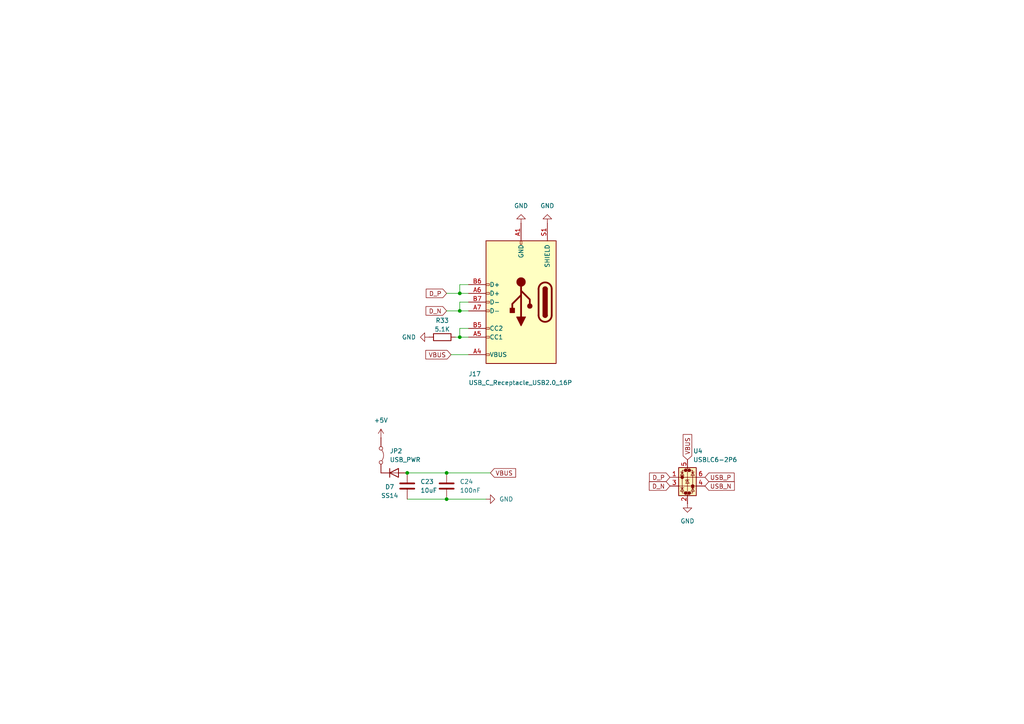
<source format=kicad_sch>
(kicad_sch (version 20231120) (generator "eeschema") (generator_version "8.0")
  (paper "A4")
  (title_block (title "CANBus Checkpoint") (date "2024-05-18") (rev "v1.1.0") (comment 1 "creativecommons.org/licenses/by-sa/4.0/") (comment 2 "License: CC BY-SA 4.0") (comment 3 "Author: Michael Smith"))
  (lib_symbols
    (symbol "Connector:USB_C_Receptacle_USB2.0_14P" (pin_names (offset 1.016))
      (property "Reference" "J" (at 0 22.225 0))
      (property "Value" "USB_C_Receptacle_USB2.0_14P" (at 0 19.685 0))
      (symbol "USB_C_Receptacle_USB2.0_14P_0_0"
        (rectangle (start -0.254 -17.78) (end 0.254 -16.764))
        (rectangle (start 10.16 -4.826) (end 9.144 -5.334))
        (rectangle (start 10.16 -2.286) (end 9.144 -2.794))
        (rectangle (start 10.16 0.254) (end 9.144 -0.254))
        (rectangle (start 10.16 2.794) (end 9.144 2.286))
        (rectangle (start 10.16 7.874) (end 9.144 7.366))
        (rectangle (start 10.16 10.414) (end 9.144 9.906))
        (rectangle (start 10.16 15.494) (end 9.144 14.986))
      )
      (symbol "USB_C_Receptacle_USB2.0_14P_0_1"
        (rectangle (start -10.16 17.78) (end 10.16 -17.78) (stroke (width 0.254)) (fill (type background)))
        (arc (start -8.89 -3.81) (mid -6.985 -5.7067) (end -5.08 -3.81) (stroke (width 0.508)))
        (arc (start -7.62 -3.81) (mid -6.985 -4.4423) (end -6.35 -3.81) (stroke (width 0.254)))
        (arc (start -7.62 -3.81) (mid -6.985 -4.4423) (end -6.35 -3.81) (stroke (width 0.254)) (fill (type outline)))
        (rectangle (start -7.62 -3.81) (end -6.35 3.81) (stroke (width 0.254)) (fill (type outline)))
        (arc (start -6.35 3.81) (mid -6.985 4.4423) (end -7.62 3.81) (stroke (width 0.254)))
        (arc (start -6.35 3.81) (mid -6.985 4.4423) (end -7.62 3.81) (stroke (width 0.254)) (fill (type outline)))
        (arc (start -5.08 3.81) (mid -6.985 5.7067) (end -8.89 3.81) (stroke (width 0.508)))
        (circle (center -2.54 1.143) (radius 0.635) (stroke (width 0.254)) (fill (type outline)))
        (circle (center 0 -5.842) (radius 1.27) (fill (type outline)))
        (polyline (pts (xy -8.89 -3.81) (xy -8.89 3.81)) (stroke (width 0.508)))
        (polyline (pts (xy -5.08 3.81) (xy -5.08 -3.81)) (stroke (width 0.508)))
        (polyline (pts (xy 0 -5.842) (xy 0 4.318)) (stroke (width 0.508)))
        (polyline (pts (xy 0 -3.302) (xy -2.54 -0.762) (xy -2.54 0.508)) (stroke (width 0.508)))
        (polyline (pts (xy 0 -2.032) (xy 2.54 0.508) (xy 2.54 1.778)) (stroke (width 0.508)))
        (polyline (pts (xy -1.27 4.318) (xy 0 6.858) (xy 1.27 4.318) (xy -1.27 4.318)) (stroke (width 0.254)) (fill (type outline)))
        (rectangle (start 1.905 1.778) (end 3.175 3.048) (stroke (width 0.254)) (fill (type outline)))
      )
      (symbol "USB_C_Receptacle_USB2.0_14P_1_1"
        (pin passive line (at 0 -22.86 90) (length 5.08) (name "GND") (number "A1"))
        (pin passive line (at 0 -22.86 90) (length 5.08) hide (name "GND") (number "A12"))
        (pin passive line (at 15.24 15.24 180) (length 5.08) (name "VBUS") (number "A4"))
        (pin bidirectional line (at 15.24 10.16 180) (length 5.08) (name "CC1") (number "A5"))
        (pin bidirectional line (at 15.24 -2.54 180) (length 5.08) (name "D+") (number "A6"))
        (pin bidirectional line (at 15.24 2.54 180) (length 5.08) (name "D-") (number "A7"))
        (pin passive line (at 15.24 15.24 180) (length 5.08) hide (name "VBUS") (number "A9"))
        (pin passive line (at 0 -22.86 90) (length 5.08) hide (name "GND") (number "B1"))
        (pin passive line (at 0 -22.86 90) (length 5.08) hide (name "GND") (number "B12"))
        (pin passive line (at 15.24 15.24 180) (length 5.08) hide (name "VBUS") (number "B4"))
        (pin bidirectional line (at 15.24 7.62 180) (length 5.08) (name "CC2") (number "B5"))
        (pin bidirectional line (at 15.24 -5.08 180) (length 5.08) (name "D+") (number "B6"))
        (pin bidirectional line (at 15.24 0 180) (length 5.08) (name "D-") (number "B7"))
        (pin passive line (at 15.24 15.24 180) (length 5.08) hide (name "VBUS") (number "B9"))
        (pin passive line (at -7.62 -22.86 90) (length 5.08) (name "SHIELD") (number "S1"))
      )
    )
    (symbol "Device:C" (pin_numbers hide) (pin_names (offset 0.254))
      (property "Reference" "C" (at 0.635 2.54 0))
      (property "Value" "C" (at 0.635 -2.54 0))
      (symbol "C_0_1"
        (polyline (pts (xy -2.032 -0.762) (xy 2.032 -0.762)) (stroke (width 0.508)))
        (polyline (pts (xy -2.032 0.762) (xy 2.032 0.762)) (stroke (width 0.508)))
      )
      (symbol "C_1_1"
        (pin passive line (at 0 3.81 270) (length 2.794) (name "~") (number "1"))
        (pin passive line (at 0 -3.81 90) (length 2.794) (name "~") (number "2"))
      )
    )
    (symbol "Device:D" (pin_numbers hide) (pin_names (offset 1.016) hide)
      (property "Reference" "D" (at 0 2.54 0))
      (property "Value" "D" (at 0 -2.54 0))
      (symbol "D_0_1"
        (polyline (pts (xy -1.27 1.27) (xy -1.27 -1.27)) (stroke (width 0.254)))
        (polyline (pts (xy 1.27 0) (xy -1.27 0)))
        (polyline (pts (xy 1.27 1.27) (xy 1.27 -1.27) (xy -1.27 0) (xy 1.27 1.27)) (stroke (width 0.254)))
      )
      (symbol "D_1_1"
        (pin passive line (at -3.81 0 0) (length 2.54) (name "K") (number "1"))
        (pin passive line (at 3.81 0 180) (length 2.54) (name "A") (number "2"))
      )
    )
    (symbol "Device:R" (pin_numbers hide) (pin_names (offset 0))
      (property "Reference" "R" (at 2.032 0 90))
      (property "Value" "R" (at 0 0 90))
      (symbol "R_0_1"
        (rectangle (start -1.016 -2.54) (end 1.016 2.54) (stroke (width 0.254)))
      )
      (symbol "R_1_1"
        (pin passive line (at 0 3.81 270) (length 1.27) (name "~") (number "1"))
        (pin passive line (at 0 -3.81 90) (length 1.27) (name "~") (number "2"))
      )
    )
    (symbol "Jumper:Jumper_2_Bridged" (pin_numbers hide) (pin_names (offset 0) hide) (exclude_from_sim yes)
      (property "Reference" "JP" (at 0 1.905 0))
      (property "Value" "Jumper_2_Bridged" (at 0 -2.54 0))
      (symbol "Jumper_2_Bridged_0_0"
        (circle (center -2.032 0) (radius 0.508))
        (circle (center 2.032 0) (radius 0.508))
      )
      (symbol "Jumper_2_Bridged_0_1"
        (arc (start 1.524 0.254) (mid 0 0.762) (end -1.524 0.254))
      )
      (symbol "Jumper_2_Bridged_1_1"
        (pin passive line (at -5.08 0 0) (length 2.54) (name "A") (number "1"))
        (pin passive line (at 5.08 0 180) (length 2.54) (name "B") (number "2"))
      )
    )
    (symbol "Power_Protection:USBLC6-2P6" (pin_names hide)
      (property "Reference" "U" (at 0.635 5.715 0))
      (property "Value" "USBLC6-2P6" (at 0.635 3.81 0))
      (symbol "USBLC6-2P6_0_0"
        (circle (center -1.524 0) (radius 0.0001) (stroke (width 0.508)))
        (circle (center -0.508 -4.572) (radius 0.0001) (stroke (width 0.508)))
        (circle (center -0.508 2.032) (radius 0.0001) (stroke (width 0.508)))
        (circle (center 0.508 -4.572) (radius 0.0001) (stroke (width 0.508)))
        (circle (center 0.508 2.032) (radius 0.0001) (stroke (width 0.508)))
        (circle (center 1.524 -2.54) (radius 0.0001) (stroke (width 0.508)))
      )
      (symbol "USBLC6-2P6_0_1"
        (polyline (pts (xy -2.54 -2.54) (xy 2.54 -2.54)))
        (polyline (pts (xy -2.54 0) (xy 2.54 0)))
        (polyline (pts (xy -2.032 -3.048) (xy -1.016 -3.048)))
        (polyline (pts (xy -1.016 1.524) (xy -2.032 1.524)))
        (polyline (pts (xy 1.016 -3.048) (xy 2.032 -3.048)))
        (polyline (pts (xy 1.016 1.524) (xy 2.032 1.524)))
        (polyline (pts (xy -0.508 -1.143) (xy -0.508 -0.762) (xy 0.508 -0.762)))
        (polyline (pts (xy -2.032 0.508) (xy -1.016 0.508) (xy -1.524 1.524) (xy -2.032 0.508)))
        (polyline (pts (xy -1.016 -4.064) (xy -2.032 -4.064) (xy -1.524 -3.048) (xy -1.016 -4.064)))
        (polyline (pts (xy 0.508 -1.778) (xy -0.508 -1.778) (xy 0 -0.762) (xy 0.508 -1.778)))
        (polyline (pts (xy 2.032 -4.064) (xy 1.016 -4.064) (xy 1.524 -3.048) (xy 2.032 -4.064)))
        (polyline (pts (xy 2.032 0.508) (xy 1.016 0.508) (xy 1.524 1.524) (xy 2.032 0.508)))
        (polyline (pts (xy 0 2.54) (xy -0.508 2.032) (xy 0.508 2.032) (xy 0 1.524) (xy 0 -4.064) (xy -0.508 -4.572) (xy 0.508 -4.572) (xy 0 -5.08)))
      )
      (symbol "USBLC6-2P6_1_1"
        (rectangle (start -2.54 2.794) (end 2.54 -5.334) (stroke (width 0.254)) (fill (type background)))
        (polyline (pts (xy -0.508 2.032) (xy -1.524 2.032) (xy -1.524 -4.572) (xy -0.508 -4.572)))
        (polyline (pts (xy 0.508 -4.572) (xy 1.524 -4.572) (xy 1.524 2.032) (xy 0.508 2.032)))
        (pin passive line (at -5.08 0 0) (length 2.54) (name "I/O1") (number "1"))
        (pin passive line (at 0 -7.62 90) (length 2.54) (name "GND") (number "2"))
        (pin passive line (at -5.08 -2.54 0) (length 2.54) (name "I/O2") (number "3"))
        (pin passive line (at 5.08 -2.54 180) (length 2.54) (name "I/O2") (number "4"))
        (pin passive line (at 0 5.08 270) (length 2.54) (name "VBUS") (number "5"))
        (pin passive line (at 5.08 0 180) (length 2.54) (name "I/O1") (number "6"))
      )
    )
    (symbol "power:+5V" (power) (pin_numbers hide) (pin_names (offset 0) hide)
      (property "Value" "+5V" (at 0 3.556 0))
      (symbol "+5V_0_1"
        (polyline (pts (xy -0.762 1.27) (xy 0 2.54)))
        (polyline (pts (xy 0 0) (xy 0 2.54)))
        (polyline (pts (xy 0 2.54) (xy 0.762 1.27)))
      )
      (symbol "+5V_1_1"
        (pin power_in line (at 0 0 90) (length 0) (name "~") (number "1"))
      )
    )
    (symbol "power:GND" (power) (pin_numbers hide) (pin_names (offset 0) hide)
      (property "Value" "GND" (at 0 -3.81 0))
      (symbol "GND_0_1"
        (polyline (pts (xy 0 0) (xy 0 -1.27) (xy 1.27 -1.27) (xy 0 -2.54) (xy -1.27 -1.27) (xy 0 -1.27)))
      )
      (symbol "GND_1_1"
        (pin power_in line (at 0 0 270) (length 0) (name "~") (number "1"))
      )
    )
  )
  (junction (at 129.54 137.16))
  (junction (at 133.35 85.09))
  (junction (at 129.54 144.78))
  (junction (at 118.11 137.16))
  (junction (at 133.35 90.17))
  (junction (at 133.35 97.79))
  (wire (pts (xy 129.54 137.16) (xy 142.24 137.16)))
  (wire (pts (xy 133.35 90.17) (xy 135.89 90.17)))
  (wire (pts (xy 133.35 87.63) (xy 133.35 90.17)))
  (wire (pts (xy 130.81 102.87) (xy 135.89 102.87)))
  (wire (pts (xy 133.35 82.55) (xy 133.35 85.09)))
  (wire (pts (xy 135.89 95.25) (xy 133.35 95.25)))
  (wire (pts (xy 135.89 82.55) (xy 133.35 82.55)))
  (wire (pts (xy 133.35 85.09) (xy 135.89 85.09)))
  (wire (pts (xy 129.54 85.09) (xy 133.35 85.09)))
  (wire (pts (xy 133.35 97.79) (xy 135.89 97.79)))
  (wire (pts (xy 129.54 144.78) (xy 140.97 144.78)))
  (wire (pts (xy 129.54 90.17) (xy 133.35 90.17)))
  (wire (pts (xy 118.11 144.78) (xy 129.54 144.78)))
  (wire (pts (xy 132.08 97.79) (xy 133.35 97.79)))
  (wire (pts (xy 133.35 95.25) (xy 133.35 97.79)))
  (wire (pts (xy 118.11 137.16) (xy 129.54 137.16)))
  (wire (pts (xy 135.89 87.63) (xy 133.35 87.63)))
  (global_label "D_P" (shape input) (at 194.31 138.43 180) (property "Intersheetrefs" "${INTERSHEET_REFS}" (effects (hide yes))))
  (global_label "D_N" (shape input) (at 194.31 140.97 180) (property "Intersheetrefs" "${INTERSHEET_REFS}" (effects (hide yes))))
  (global_label "VBUS" (shape input) (at 130.81 102.87 180) (property "Intersheetrefs" "${INTERSHEET_REFS}" (effects (hide yes))))
  (global_label "D_P" (shape input) (at 129.54 85.09 180) (property "Intersheetrefs" "${INTERSHEET_REFS}" (effects (hide yes))))
  (global_label "VBUS" (shape input) (at 199.39 133.35 90) (property "Intersheetrefs" "${INTERSHEET_REFS}" (effects (hide yes))))
  (global_label "USB_N" (shape input) (at 204.47 140.97 0) (property "Intersheetrefs" "${INTERSHEET_REFS}" (effects (hide yes))))
  (global_label "VBUS" (shape input) (at 142.24 137.16 0) (property "Intersheetrefs" "${INTERSHEET_REFS}" (effects (hide yes))))
  (global_label "D_N" (shape input) (at 129.54 90.17 180) (property "Intersheetrefs" "${INTERSHEET_REFS}" (effects (hide yes))))
  (global_label "USB_P" (shape input) (at 204.47 138.43 0) (property "Intersheetrefs" "${INTERSHEET_REFS}" (effects (hide yes))))
  (symbol (lib_id "power:GND") (at 151.13 64.77 180) (unit 1)
    (property "Reference" "#PWR052" (effects (hide yes)))
    (property "Value" "GND" (at 151.13 59.69 0))
    (property "Description" "Power symbol creates a global label with name \"GND\" , ground" (effects (hide yes)))
  )
  (symbol (lib_id "Device:C") (at 118.11 140.97 0) (unit 1)
    (property "Reference" "C23" (at 121.92 139.6999 0) (effects (justify left)))
    (property "Value" "10uF" (at 121.92 142.2399 0) (effects (justify left)))
    (property "Footprint" "Capacitor_SMD:C_0805_2012Metric" (effects (hide yes)))
    (property "Description" "Unpolarized capacitor" (effects (hide yes)))
  )
  (symbol (lib_id "Device:D") (at 114.3 137.16 0) (unit 1)
    (property "Reference" "D7" (at 113.03 141.224 0))
    (property "Value" "SS14" (at 113.03 143.764 0))
    (property "Footprint" "Diode_SMD:D_SMA" (effects (hide yes)))
    (property "Description" "Diode" (effects (hide yes)))
    (property "Sim.Device" "D" (effects (hide yes)))
    (property "Sim.Pins" "1=K 2=A" (effects (hide yes)))
  )
  (symbol (lib_id "Power_Protection:USBLC6-2P6") (at 199.39 138.43 0) (unit 1)
    (property "Reference" "U4" (at 201.0411 130.81 0) (effects (justify left)))
    (property "Value" "USBLC6-2P6" (at 201.0411 133.35 0) (effects (justify left)))
    (property "Footprint" "Package_TO_SOT_SMD:SOT-666" (effects (hide yes)))
    (property "Datasheet" "https://www.st.com/resource/en/datasheet/usblc6-2.pdf" (effects (hide yes)))
    (property "Description" "Very low capacitance ESD protection diode, 2 data-line, SOT-666" (effects (hide yes)))
  )
  (symbol (lib_id "power:GND") (at 199.39 146.05 0) (unit 1)
    (property "Reference" "#PWR054" (effects (hide yes)))
    (property "Value" "GND" (at 199.39 151.13 0))
    (property "Description" "Power symbol creates a global label with name \"GND\" , ground" (effects (hide yes)))
  )
  (symbol (lib_id "Connector:USB_C_Receptacle_USB2.0_14P") (at 151.13 87.63 180) (unit 1)
    (property "Reference" "J17" (at 135.89 108.458 0) (effects (justify right)))
    (property "Value" "USB_C_Receptacle_USB2.0_16P" (at 135.89 110.998 0) (effects (justify right)))
    (property "Footprint" "Library:USB_C_14P_VERT_XUNPU" (effects (hide yes)))
    (property "Datasheet" "https://www.usb.org/sites/default/files/documents/usb_type-c.zip" (effects (hide yes)))
    (property "Description" "USB 2.0-only 14P Type-C Receptacle connector" (effects (hide yes)))
  )
  (symbol (lib_id "power:GND") (at 158.75 64.77 180) (unit 1)
    (property "Reference" "#PWR053" (effects (hide yes)))
    (property "Value" "GND" (at 158.75 59.69 0))
    (property "Description" "Power symbol creates a global label with name \"GND\" , ground" (effects (hide yes)))
  )
  (symbol (lib_id "power:+5V") (at 110.49 127 0) (unit 1)
    (property "Reference" "#PWR049" (effects (hide yes)))
    (property "Value" "+5V" (at 110.49 121.92 0))
    (property "Description" "Power symbol creates a global label with name \"+5V\"" (effects (hide yes)))
  )
  (symbol (lib_id "Device:C") (at 129.54 140.97 0) (unit 1)
    (property "Reference" "C24" (at 133.35 139.6999 0) (effects (justify left)))
    (property "Value" "100nF" (at 133.35 142.2399 0) (effects (justify left)))
    (property "Footprint" "Capacitor_SMD:C_0402_1005Metric" (effects (hide yes)))
    (property "Description" "Unpolarized capacitor" (effects (hide yes)))
  )
  (symbol (lib_id "power:GND") (at 140.97 144.78 90) (unit 1)
    (property "Reference" "#PWR051" (effects (hide yes)))
    (property "Value" "GND" (at 144.78 144.7799 90) (effects (justify right)))
    (property "Description" "Power symbol creates a global label with name \"GND\" , ground" (effects (hide yes)))
  )
  (symbol (lib_id "power:GND") (at 124.46 97.79 270) (unit 1)
    (property "Reference" "#PWR050" (effects (hide yes)))
    (property "Value" "GND" (at 120.65 97.7899 90) (effects (justify right)))
    (property "Description" "Power symbol creates a global label with name \"GND\" , ground" (effects (hide yes)))
  )
  (symbol (lib_id "Device:R") (at 128.27 97.79 90) (unit 1)
    (property "Reference" "R33" (at 128.27 92.964 90))
    (property "Value" "5.1K" (at 128.27 95.504 90))
    (property "Footprint" "Resistor_SMD:R_0603_1608Metric" (effects (hide yes)))
    (property "Description" "Resistor" (effects (hide yes)))
  )
  (symbol (lib_id "Jumper:Jumper_2_Bridged") (at 110.49 132.08 270) (unit 1) (exclude_from_sim yes)
    (property "Reference" "JP2" (at 113.03 130.8099 90) (effects (justify left)))
    (property "Value" "USB_PWR" (at 113.03 133.3499 90) (effects (justify left)))
    (property "Footprint" "Connector_PinHeader_2.54mm:PinHeader_1x02_P2.54mm_Vertical" (effects (hide yes)))
    (property "Description" "Jumper, 2-pole, closed/bridged" (effects (hide yes)))
  )
)
</source>
